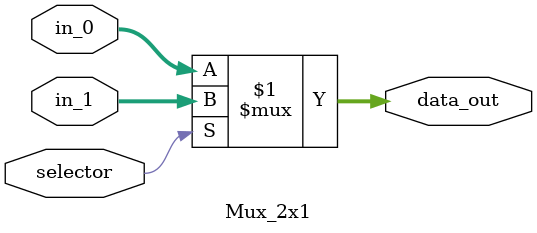
<source format=v>
module Mux_2x1(
    input  selector,
    input  [31:0] in_0, in_1,
    output [31:0] data_out
);

    assign data_out = (selector) ? in_1 : in_0;

endmodule 
</source>
